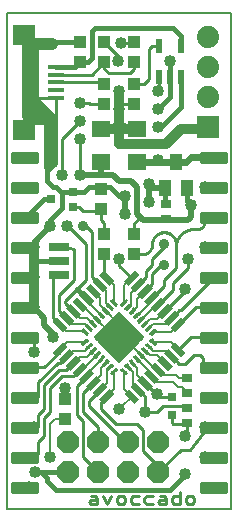
<source format=gtl>
G75*
%MOIN*%
%OFA0B0*%
%FSLAX25Y25*%
%IPPOS*%
%LPD*%
%AMOC8*
5,1,8,0,0,1.08239X$1,22.5*
%
%ADD10C,0.00800*%
%ADD11C,0.00900*%
%ADD12R,0.03543X0.02756*%
%ADD13R,0.06299X0.05512*%
%ADD14R,0.03937X0.04331*%
%ADD15R,0.06693X0.02756*%
%ADD16R,0.05000X0.02200*%
%ADD17R,0.02200X0.05000*%
%ADD18R,0.02756X0.02756*%
%ADD19R,0.03937X0.05512*%
%ADD20R,0.02165X0.04724*%
%ADD21R,0.03150X0.03150*%
%ADD22R,0.05512X0.01378*%
%ADD23R,0.07480X0.07087*%
%ADD24C,0.00984*%
%ADD25OC8,0.07400*%
%ADD26R,0.07400X0.07400*%
%ADD27C,0.07400*%
%ADD28C,0.00591*%
%ADD29C,0.01220*%
%ADD30C,0.03575*%
%ADD31C,0.04000*%
%ADD32C,0.01000*%
%ADD33C,0.03200*%
%ADD34C,0.01600*%
%ADD35C,0.02000*%
%ADD36C,0.04000*%
%ADD37C,0.05000*%
%ADD38C,0.02400*%
D10*
X0031348Y0001800D02*
X0106152Y0001800D01*
X0106152Y0167154D01*
X0031348Y0167154D01*
X0031348Y0001800D01*
X0045750Y0019154D02*
X0045750Y0030154D01*
X0047404Y0031808D01*
X0050750Y0031808D01*
X0060141Y0043864D02*
X0062750Y0046473D01*
X0062750Y0048979D01*
X0064296Y0050524D01*
X0065688Y0049132D02*
X0064750Y0048195D01*
X0064750Y0044019D01*
X0062368Y0041636D01*
X0064595Y0039409D02*
X0067080Y0041894D01*
X0067080Y0047740D01*
X0070420Y0047740D02*
X0070420Y0041894D01*
X0072905Y0039409D01*
X0069750Y0036254D01*
X0068750Y0035154D01*
X0075132Y0041636D02*
X0073250Y0043519D01*
X0073250Y0047695D01*
X0071812Y0049132D01*
X0073204Y0050524D02*
X0074750Y0048978D01*
X0074750Y0046473D01*
X0077359Y0043864D01*
X0079587Y0046091D02*
X0081523Y0044154D01*
X0086750Y0044154D01*
X0088250Y0042654D01*
X0089750Y0042654D01*
X0091250Y0041154D01*
X0091250Y0040595D01*
X0091250Y0045713D02*
X0088691Y0045713D01*
X0087750Y0046654D01*
X0083477Y0046654D01*
X0081814Y0048318D01*
X0080978Y0048318D01*
X0075988Y0053308D01*
X0068750Y0060546D01*
X0065966Y0060546D01*
X0061512Y0065000D01*
X0056522Y0069991D01*
X0055686Y0069991D01*
X0057913Y0071383D02*
X0062904Y0066392D01*
X0064296Y0067784D02*
X0068750Y0063330D01*
X0068750Y0063154D01*
X0068750Y0060546D01*
X0074596Y0066392D02*
X0079587Y0071383D01*
X0079587Y0072218D01*
X0080978Y0069991D02*
X0075988Y0065000D01*
X0077380Y0063609D02*
X0078926Y0065154D01*
X0081431Y0065154D01*
X0084041Y0067764D01*
X0086268Y0065537D02*
X0084386Y0063654D01*
X0080210Y0063654D01*
X0078772Y0062217D01*
X0080164Y0060825D02*
X0086010Y0060825D01*
X0088495Y0063310D01*
X0086010Y0057484D02*
X0080164Y0057484D01*
X0078772Y0056092D02*
X0080210Y0054654D01*
X0084386Y0054654D01*
X0086268Y0052772D01*
X0088495Y0054999D02*
X0086010Y0057484D01*
X0081431Y0053154D02*
X0078926Y0053154D01*
X0077380Y0054700D01*
X0074596Y0051916D02*
X0079587Y0046926D01*
X0079587Y0046091D01*
X0084041Y0050545D02*
X0081431Y0053154D01*
X0073380Y0067784D02*
X0074750Y0069154D01*
X0074750Y0071836D01*
X0077359Y0074445D01*
X0075132Y0076672D02*
X0072750Y0073790D01*
X0072750Y0070154D01*
X0070420Y0070568D02*
X0070420Y0076414D01*
X0072905Y0078899D01*
X0067080Y0076414D02*
X0067080Y0070568D01*
X0065688Y0069176D02*
X0064250Y0070614D01*
X0064250Y0074790D01*
X0062368Y0076672D01*
X0064595Y0078899D02*
X0067080Y0076414D01*
X0062250Y0072336D02*
X0060141Y0074445D01*
X0062250Y0072336D02*
X0062250Y0069830D01*
X0064296Y0067784D01*
X0060120Y0063609D02*
X0058074Y0065654D01*
X0055569Y0065654D01*
X0053459Y0067764D01*
X0051232Y0065537D02*
X0053114Y0063654D01*
X0057290Y0063654D01*
X0058728Y0062217D01*
X0057336Y0060825D02*
X0057006Y0061154D01*
X0051160Y0061154D01*
X0049005Y0063310D01*
X0051490Y0057484D02*
X0057336Y0057484D01*
X0058728Y0056092D02*
X0057290Y0054654D01*
X0053114Y0054654D01*
X0051232Y0052772D01*
X0049005Y0054999D02*
X0051490Y0057484D01*
X0055569Y0052654D02*
X0053459Y0050545D01*
X0055569Y0052654D02*
X0058074Y0052654D01*
X0060120Y0054700D01*
X0061512Y0053308D02*
X0056522Y0048318D01*
X0055686Y0048318D01*
X0057913Y0046926D02*
X0062904Y0051916D01*
X0057913Y0046926D02*
X0057913Y0046091D01*
X0038750Y0059154D02*
X0037250Y0059154D01*
X0057913Y0071383D02*
X0057913Y0072218D01*
X0080978Y0069991D02*
X0081814Y0069991D01*
D11*
X0089158Y0007554D02*
X0089158Y0003450D01*
X0087106Y0003450D01*
X0086422Y0004134D01*
X0086422Y0005502D01*
X0087106Y0006186D01*
X0089158Y0006186D01*
X0091026Y0005502D02*
X0091026Y0004134D01*
X0091710Y0003450D01*
X0093078Y0003450D01*
X0093762Y0004134D01*
X0093762Y0005502D01*
X0093078Y0006186D01*
X0091710Y0006186D01*
X0091026Y0005502D01*
X0084554Y0005502D02*
X0084554Y0003450D01*
X0082502Y0003450D01*
X0081818Y0004134D01*
X0082502Y0004818D01*
X0084554Y0004818D01*
X0084554Y0005502D02*
X0083870Y0006186D01*
X0082502Y0006186D01*
X0079950Y0006186D02*
X0077898Y0006186D01*
X0077214Y0005502D01*
X0077214Y0004134D01*
X0077898Y0003450D01*
X0079950Y0003450D01*
X0075346Y0003450D02*
X0073294Y0003450D01*
X0072610Y0004134D01*
X0072610Y0005502D01*
X0073294Y0006186D01*
X0075346Y0006186D01*
X0070742Y0005502D02*
X0070742Y0004134D01*
X0070058Y0003450D01*
X0068690Y0003450D01*
X0068006Y0004134D01*
X0068006Y0005502D01*
X0068690Y0006186D01*
X0070058Y0006186D01*
X0070742Y0005502D01*
X0066138Y0006186D02*
X0064770Y0003450D01*
X0063402Y0006186D01*
X0061534Y0005502D02*
X0061534Y0003450D01*
X0059482Y0003450D01*
X0058798Y0004134D01*
X0059482Y0004818D01*
X0061534Y0004818D01*
X0061534Y0005502D02*
X0060850Y0006186D01*
X0059482Y0006186D01*
D12*
X0091250Y0030595D03*
X0091250Y0035713D03*
X0091250Y0040595D03*
X0091250Y0045713D03*
X0084250Y0098595D03*
X0084250Y0103713D03*
D13*
X0074750Y0117643D03*
X0074750Y0128666D03*
X0062750Y0128666D03*
X0062750Y0117643D03*
D14*
X0062750Y0108501D03*
X0062750Y0101808D03*
X0063750Y0093501D03*
X0063750Y0086808D03*
X0073750Y0086808D03*
X0073750Y0093501D03*
X0073750Y0136808D03*
X0073750Y0143501D03*
X0073750Y0150808D03*
X0073750Y0157501D03*
X0063750Y0157501D03*
X0063750Y0150808D03*
X0063750Y0143501D03*
X0063750Y0136808D03*
X0055750Y0150808D03*
X0055750Y0157501D03*
X0050750Y0038501D03*
X0050750Y0031808D03*
D15*
X0048750Y0079930D03*
X0048750Y0084654D03*
X0048750Y0089379D03*
D16*
G36*
X0061130Y0071900D02*
X0057596Y0075434D01*
X0059152Y0076990D01*
X0062686Y0073456D01*
X0061130Y0071900D01*
G37*
G36*
X0058902Y0069673D02*
X0055368Y0073207D01*
X0056924Y0074763D01*
X0060458Y0071229D01*
X0058902Y0069673D01*
G37*
G36*
X0056675Y0067446D02*
X0053141Y0070980D01*
X0054697Y0072536D01*
X0058231Y0069002D01*
X0056675Y0067446D01*
G37*
G36*
X0054448Y0065219D02*
X0050914Y0068753D01*
X0052470Y0070309D01*
X0056004Y0066775D01*
X0054448Y0065219D01*
G37*
G36*
X0052221Y0062992D02*
X0048687Y0066526D01*
X0050243Y0068082D01*
X0053777Y0064548D01*
X0052221Y0062992D01*
G37*
G36*
X0049994Y0060765D02*
X0046460Y0064299D01*
X0048016Y0065855D01*
X0051550Y0062321D01*
X0049994Y0060765D01*
G37*
G36*
X0063357Y0074127D02*
X0059823Y0077661D01*
X0061379Y0079217D01*
X0064913Y0075683D01*
X0063357Y0074127D01*
G37*
G36*
X0065584Y0076354D02*
X0062050Y0079888D01*
X0063606Y0081444D01*
X0067140Y0077910D01*
X0065584Y0076354D01*
G37*
G36*
X0087257Y0050227D02*
X0083723Y0053761D01*
X0085279Y0055317D01*
X0088813Y0051783D01*
X0087257Y0050227D01*
G37*
G36*
X0085030Y0048000D02*
X0081496Y0051534D01*
X0083052Y0053090D01*
X0086586Y0049556D01*
X0085030Y0048000D01*
G37*
G36*
X0082803Y0045773D02*
X0079269Y0049307D01*
X0080825Y0050863D01*
X0084359Y0047329D01*
X0082803Y0045773D01*
G37*
G36*
X0080576Y0043546D02*
X0077042Y0047080D01*
X0078598Y0048636D01*
X0082132Y0045102D01*
X0080576Y0043546D01*
G37*
G36*
X0078348Y0041319D02*
X0074814Y0044853D01*
X0076370Y0046409D01*
X0079904Y0042875D01*
X0078348Y0041319D01*
G37*
G36*
X0076121Y0039091D02*
X0072587Y0042625D01*
X0074143Y0044181D01*
X0077677Y0040647D01*
X0076121Y0039091D01*
G37*
G36*
X0073894Y0036864D02*
X0070360Y0040398D01*
X0071916Y0041954D01*
X0075450Y0038420D01*
X0073894Y0036864D01*
G37*
G36*
X0089484Y0052454D02*
X0085950Y0055988D01*
X0087506Y0057544D01*
X0091040Y0054010D01*
X0089484Y0052454D01*
G37*
D17*
G36*
X0087506Y0060765D02*
X0085950Y0062321D01*
X0089484Y0065855D01*
X0091040Y0064299D01*
X0087506Y0060765D01*
G37*
G36*
X0085279Y0062992D02*
X0083723Y0064548D01*
X0087257Y0068082D01*
X0088813Y0066526D01*
X0085279Y0062992D01*
G37*
G36*
X0083052Y0065219D02*
X0081496Y0066775D01*
X0085030Y0070309D01*
X0086586Y0068753D01*
X0083052Y0065219D01*
G37*
G36*
X0080825Y0067446D02*
X0079269Y0069002D01*
X0082803Y0072536D01*
X0084359Y0070980D01*
X0080825Y0067446D01*
G37*
G36*
X0078598Y0069673D02*
X0077042Y0071229D01*
X0080576Y0074763D01*
X0082132Y0073207D01*
X0078598Y0069673D01*
G37*
G36*
X0076370Y0071900D02*
X0074814Y0073456D01*
X0078348Y0076990D01*
X0079904Y0075434D01*
X0076370Y0071900D01*
G37*
G36*
X0074143Y0074127D02*
X0072587Y0075683D01*
X0076121Y0079217D01*
X0077677Y0077661D01*
X0074143Y0074127D01*
G37*
G36*
X0071916Y0076354D02*
X0070360Y0077910D01*
X0073894Y0081444D01*
X0075450Y0079888D01*
X0071916Y0076354D01*
G37*
G36*
X0050243Y0050227D02*
X0048687Y0051783D01*
X0052221Y0055317D01*
X0053777Y0053761D01*
X0050243Y0050227D01*
G37*
G36*
X0052470Y0048000D02*
X0050914Y0049556D01*
X0054448Y0053090D01*
X0056004Y0051534D01*
X0052470Y0048000D01*
G37*
G36*
X0054697Y0045773D02*
X0053141Y0047329D01*
X0056675Y0050863D01*
X0058231Y0049307D01*
X0054697Y0045773D01*
G37*
G36*
X0056924Y0043546D02*
X0055368Y0045102D01*
X0058902Y0048636D01*
X0060458Y0047080D01*
X0056924Y0043546D01*
G37*
G36*
X0059152Y0041319D02*
X0057596Y0042875D01*
X0061130Y0046409D01*
X0062686Y0044853D01*
X0059152Y0041319D01*
G37*
G36*
X0061379Y0039091D02*
X0059823Y0040647D01*
X0063357Y0044181D01*
X0064913Y0042625D01*
X0061379Y0039091D01*
G37*
G36*
X0063606Y0036864D02*
X0062050Y0038420D01*
X0065584Y0041954D01*
X0067140Y0040398D01*
X0063606Y0036864D01*
G37*
G36*
X0048016Y0052454D02*
X0046460Y0054010D01*
X0049994Y0057544D01*
X0051550Y0055988D01*
X0048016Y0052454D01*
G37*
D18*
X0053392Y0102595D03*
X0053392Y0107713D03*
X0046108Y0105154D03*
D19*
X0084010Y0108824D03*
X0091490Y0108824D03*
X0087750Y0117485D03*
D20*
X0089490Y0146036D03*
X0085750Y0146036D03*
X0082010Y0146036D03*
X0082010Y0156273D03*
X0089490Y0156273D03*
D21*
X0086250Y0039107D03*
X0086250Y0033202D03*
D22*
X0047608Y0139036D03*
X0047608Y0141595D03*
X0047608Y0144154D03*
X0047608Y0146713D03*
X0047608Y0149272D03*
D23*
X0037175Y0159902D03*
X0037175Y0128406D03*
D24*
X0033018Y0120630D02*
X0041482Y0120630D01*
X0041482Y0117678D01*
X0033018Y0117678D01*
X0033018Y0120630D01*
X0033018Y0118661D02*
X0041482Y0118661D01*
X0041482Y0119644D02*
X0033018Y0119644D01*
X0033018Y0120627D02*
X0041482Y0120627D01*
X0041482Y0110630D02*
X0033018Y0110630D01*
X0041482Y0110630D02*
X0041482Y0107678D01*
X0033018Y0107678D01*
X0033018Y0110630D01*
X0033018Y0108661D02*
X0041482Y0108661D01*
X0041482Y0109644D02*
X0033018Y0109644D01*
X0033018Y0110627D02*
X0041482Y0110627D01*
X0041482Y0100630D02*
X0033018Y0100630D01*
X0041482Y0100630D02*
X0041482Y0097678D01*
X0033018Y0097678D01*
X0033018Y0100630D01*
X0033018Y0098661D02*
X0041482Y0098661D01*
X0041482Y0099644D02*
X0033018Y0099644D01*
X0033018Y0100627D02*
X0041482Y0100627D01*
X0041482Y0090630D02*
X0033018Y0090630D01*
X0041482Y0090630D02*
X0041482Y0087678D01*
X0033018Y0087678D01*
X0033018Y0090630D01*
X0033018Y0088661D02*
X0041482Y0088661D01*
X0041482Y0089644D02*
X0033018Y0089644D01*
X0033018Y0090627D02*
X0041482Y0090627D01*
X0041482Y0080630D02*
X0033018Y0080630D01*
X0041482Y0080630D02*
X0041482Y0077678D01*
X0033018Y0077678D01*
X0033018Y0080630D01*
X0033018Y0078661D02*
X0041482Y0078661D01*
X0041482Y0079644D02*
X0033018Y0079644D01*
X0033018Y0080627D02*
X0041482Y0080627D01*
X0041482Y0070630D02*
X0033018Y0070630D01*
X0041482Y0070630D02*
X0041482Y0067678D01*
X0033018Y0067678D01*
X0033018Y0070630D01*
X0033018Y0068661D02*
X0041482Y0068661D01*
X0041482Y0069644D02*
X0033018Y0069644D01*
X0033018Y0070627D02*
X0041482Y0070627D01*
X0041482Y0060630D02*
X0033018Y0060630D01*
X0041482Y0060630D02*
X0041482Y0057678D01*
X0033018Y0057678D01*
X0033018Y0060630D01*
X0033018Y0058661D02*
X0041482Y0058661D01*
X0041482Y0059644D02*
X0033018Y0059644D01*
X0033018Y0060627D02*
X0041482Y0060627D01*
X0041482Y0050630D02*
X0033018Y0050630D01*
X0041482Y0050630D02*
X0041482Y0047678D01*
X0033018Y0047678D01*
X0033018Y0050630D01*
X0033018Y0048661D02*
X0041482Y0048661D01*
X0041482Y0049644D02*
X0033018Y0049644D01*
X0033018Y0050627D02*
X0041482Y0050627D01*
X0041482Y0040630D02*
X0033018Y0040630D01*
X0041482Y0040630D02*
X0041482Y0037678D01*
X0033018Y0037678D01*
X0033018Y0040630D01*
X0033018Y0038661D02*
X0041482Y0038661D01*
X0041482Y0039644D02*
X0033018Y0039644D01*
X0033018Y0040627D02*
X0041482Y0040627D01*
X0041482Y0030630D02*
X0033018Y0030630D01*
X0041482Y0030630D02*
X0041482Y0027678D01*
X0033018Y0027678D01*
X0033018Y0030630D01*
X0033018Y0028661D02*
X0041482Y0028661D01*
X0041482Y0029644D02*
X0033018Y0029644D01*
X0033018Y0030627D02*
X0041482Y0030627D01*
X0041482Y0020630D02*
X0033018Y0020630D01*
X0041482Y0020630D02*
X0041482Y0017678D01*
X0033018Y0017678D01*
X0033018Y0020630D01*
X0033018Y0018661D02*
X0041482Y0018661D01*
X0041482Y0019644D02*
X0033018Y0019644D01*
X0033018Y0020627D02*
X0041482Y0020627D01*
X0041482Y0010630D02*
X0033018Y0010630D01*
X0041482Y0010630D02*
X0041482Y0007678D01*
X0033018Y0007678D01*
X0033018Y0010630D01*
X0033018Y0008661D02*
X0041482Y0008661D01*
X0041482Y0009644D02*
X0033018Y0009644D01*
X0033018Y0010627D02*
X0041482Y0010627D01*
X0096018Y0007678D02*
X0104482Y0007678D01*
X0096018Y0007678D02*
X0096018Y0010630D01*
X0104482Y0010630D01*
X0104482Y0007678D01*
X0104482Y0008661D02*
X0096018Y0008661D01*
X0096018Y0009644D02*
X0104482Y0009644D01*
X0104482Y0010627D02*
X0096018Y0010627D01*
X0096018Y0017678D02*
X0104482Y0017678D01*
X0096018Y0017678D02*
X0096018Y0020630D01*
X0104482Y0020630D01*
X0104482Y0017678D01*
X0104482Y0018661D02*
X0096018Y0018661D01*
X0096018Y0019644D02*
X0104482Y0019644D01*
X0104482Y0020627D02*
X0096018Y0020627D01*
X0096018Y0027678D02*
X0104482Y0027678D01*
X0096018Y0027678D02*
X0096018Y0030630D01*
X0104482Y0030630D01*
X0104482Y0027678D01*
X0104482Y0028661D02*
X0096018Y0028661D01*
X0096018Y0029644D02*
X0104482Y0029644D01*
X0104482Y0030627D02*
X0096018Y0030627D01*
X0096018Y0037678D02*
X0104482Y0037678D01*
X0096018Y0037678D02*
X0096018Y0040630D01*
X0104482Y0040630D01*
X0104482Y0037678D01*
X0104482Y0038661D02*
X0096018Y0038661D01*
X0096018Y0039644D02*
X0104482Y0039644D01*
X0104482Y0040627D02*
X0096018Y0040627D01*
X0096018Y0047678D02*
X0104482Y0047678D01*
X0096018Y0047678D02*
X0096018Y0050630D01*
X0104482Y0050630D01*
X0104482Y0047678D01*
X0104482Y0048661D02*
X0096018Y0048661D01*
X0096018Y0049644D02*
X0104482Y0049644D01*
X0104482Y0050627D02*
X0096018Y0050627D01*
X0096018Y0057678D02*
X0104482Y0057678D01*
X0096018Y0057678D02*
X0096018Y0060630D01*
X0104482Y0060630D01*
X0104482Y0057678D01*
X0104482Y0058661D02*
X0096018Y0058661D01*
X0096018Y0059644D02*
X0104482Y0059644D01*
X0104482Y0060627D02*
X0096018Y0060627D01*
X0096018Y0067678D02*
X0104482Y0067678D01*
X0096018Y0067678D02*
X0096018Y0070630D01*
X0104482Y0070630D01*
X0104482Y0067678D01*
X0104482Y0068661D02*
X0096018Y0068661D01*
X0096018Y0069644D02*
X0104482Y0069644D01*
X0104482Y0070627D02*
X0096018Y0070627D01*
X0096018Y0077678D02*
X0104482Y0077678D01*
X0096018Y0077678D02*
X0096018Y0080630D01*
X0104482Y0080630D01*
X0104482Y0077678D01*
X0104482Y0078661D02*
X0096018Y0078661D01*
X0096018Y0079644D02*
X0104482Y0079644D01*
X0104482Y0080627D02*
X0096018Y0080627D01*
X0096018Y0087678D02*
X0104482Y0087678D01*
X0096018Y0087678D02*
X0096018Y0090630D01*
X0104482Y0090630D01*
X0104482Y0087678D01*
X0104482Y0088661D02*
X0096018Y0088661D01*
X0096018Y0089644D02*
X0104482Y0089644D01*
X0104482Y0090627D02*
X0096018Y0090627D01*
X0096018Y0097678D02*
X0104482Y0097678D01*
X0096018Y0097678D02*
X0096018Y0100630D01*
X0104482Y0100630D01*
X0104482Y0097678D01*
X0104482Y0098661D02*
X0096018Y0098661D01*
X0096018Y0099644D02*
X0104482Y0099644D01*
X0104482Y0100627D02*
X0096018Y0100627D01*
X0096018Y0107678D02*
X0104482Y0107678D01*
X0096018Y0107678D02*
X0096018Y0110630D01*
X0104482Y0110630D01*
X0104482Y0107678D01*
X0104482Y0108661D02*
X0096018Y0108661D01*
X0096018Y0109644D02*
X0104482Y0109644D01*
X0104482Y0110627D02*
X0096018Y0110627D01*
X0096018Y0117678D02*
X0104482Y0117678D01*
X0096018Y0117678D02*
X0096018Y0120630D01*
X0104482Y0120630D01*
X0104482Y0117678D01*
X0104482Y0118661D02*
X0096018Y0118661D01*
X0096018Y0119644D02*
X0104482Y0119644D01*
X0104482Y0120627D02*
X0096018Y0120627D01*
D25*
X0081750Y0024154D03*
X0081750Y0014154D03*
X0071750Y0014154D03*
X0071750Y0024154D03*
X0061750Y0024154D03*
X0061750Y0014154D03*
X0051750Y0014154D03*
X0051750Y0024154D03*
D26*
X0098250Y0129154D03*
D27*
X0098250Y0139154D03*
X0098250Y0149154D03*
X0098250Y0159154D03*
D28*
X0069446Y0070011D02*
X0069863Y0069594D01*
X0069446Y0070011D02*
X0070977Y0071542D01*
X0071394Y0071125D01*
X0069863Y0069594D01*
X0069619Y0070184D02*
X0070453Y0070184D01*
X0070209Y0070774D02*
X0071043Y0070774D01*
X0071155Y0071364D02*
X0070799Y0071364D01*
X0070838Y0068619D02*
X0071255Y0068202D01*
X0070838Y0068619D02*
X0072369Y0070150D01*
X0072786Y0069733D01*
X0071255Y0068202D01*
X0071011Y0068792D02*
X0071845Y0068792D01*
X0071601Y0069382D02*
X0072435Y0069382D01*
X0072547Y0069972D02*
X0072191Y0069972D01*
X0072230Y0067227D02*
X0072647Y0066810D01*
X0072230Y0067227D02*
X0073761Y0068758D01*
X0074178Y0068341D01*
X0072647Y0066810D01*
X0072403Y0067400D02*
X0073237Y0067400D01*
X0072993Y0067990D02*
X0073827Y0067990D01*
X0073939Y0068580D02*
X0073583Y0068580D01*
X0073622Y0065835D02*
X0074039Y0065418D01*
X0073622Y0065835D02*
X0075153Y0067366D01*
X0075570Y0066949D01*
X0074039Y0065418D01*
X0073795Y0066008D02*
X0074629Y0066008D01*
X0074385Y0066598D02*
X0075219Y0066598D01*
X0075331Y0067188D02*
X0074975Y0067188D01*
X0075014Y0064443D02*
X0075431Y0064026D01*
X0075014Y0064443D02*
X0076545Y0065974D01*
X0076962Y0065557D01*
X0075431Y0064026D01*
X0075187Y0064616D02*
X0076021Y0064616D01*
X0075777Y0065206D02*
X0076611Y0065206D01*
X0076723Y0065796D02*
X0076367Y0065796D01*
X0076406Y0063052D02*
X0076823Y0062635D01*
X0076406Y0063052D02*
X0077937Y0064583D01*
X0078354Y0064166D01*
X0076823Y0062635D01*
X0076579Y0063225D02*
X0077413Y0063225D01*
X0077169Y0063815D02*
X0078003Y0063815D01*
X0078115Y0064405D02*
X0077759Y0064405D01*
X0077798Y0061660D02*
X0078215Y0061243D01*
X0077798Y0061660D02*
X0079329Y0063191D01*
X0079746Y0062774D01*
X0078215Y0061243D01*
X0077971Y0061833D02*
X0078805Y0061833D01*
X0078561Y0062423D02*
X0079395Y0062423D01*
X0079507Y0063013D02*
X0079151Y0063013D01*
X0079190Y0060268D02*
X0079607Y0059851D01*
X0079190Y0060268D02*
X0080721Y0061799D01*
X0081138Y0061382D01*
X0079607Y0059851D01*
X0079363Y0060441D02*
X0080197Y0060441D01*
X0079953Y0061031D02*
X0080787Y0061031D01*
X0080899Y0061621D02*
X0080543Y0061621D01*
X0079190Y0058041D02*
X0080721Y0056510D01*
X0079190Y0058041D02*
X0079607Y0058458D01*
X0081138Y0056927D01*
X0080721Y0056510D01*
X0080965Y0057100D02*
X0080131Y0057100D01*
X0080375Y0057690D02*
X0079541Y0057690D01*
X0079429Y0058280D02*
X0079785Y0058280D01*
X0077798Y0056649D02*
X0079329Y0055118D01*
X0077798Y0056649D02*
X0078215Y0057066D01*
X0079746Y0055535D01*
X0079329Y0055118D01*
X0079573Y0055708D02*
X0078739Y0055708D01*
X0078983Y0056298D02*
X0078149Y0056298D01*
X0078037Y0056888D02*
X0078393Y0056888D01*
X0076406Y0055257D02*
X0077937Y0053726D01*
X0076406Y0055257D02*
X0076823Y0055674D01*
X0078354Y0054143D01*
X0077937Y0053726D01*
X0078181Y0054316D02*
X0077347Y0054316D01*
X0077591Y0054906D02*
X0076757Y0054906D01*
X0076645Y0055496D02*
X0077001Y0055496D01*
X0075014Y0053865D02*
X0076545Y0052334D01*
X0075014Y0053865D02*
X0075431Y0054282D01*
X0076962Y0052751D01*
X0076545Y0052334D01*
X0076789Y0052924D02*
X0075955Y0052924D01*
X0076199Y0053514D02*
X0075365Y0053514D01*
X0075253Y0054104D02*
X0075609Y0054104D01*
X0073622Y0052473D02*
X0075153Y0050942D01*
X0073622Y0052473D02*
X0074039Y0052890D01*
X0075570Y0051359D01*
X0075153Y0050942D01*
X0075397Y0051532D02*
X0074563Y0051532D01*
X0074807Y0052122D02*
X0073973Y0052122D01*
X0073861Y0052712D02*
X0074217Y0052712D01*
X0072230Y0051081D02*
X0073761Y0049550D01*
X0072230Y0051081D02*
X0072647Y0051498D01*
X0074178Y0049967D01*
X0073761Y0049550D01*
X0074005Y0050140D02*
X0073171Y0050140D01*
X0073415Y0050730D02*
X0072581Y0050730D01*
X0072469Y0051320D02*
X0072825Y0051320D01*
X0070838Y0049689D02*
X0072369Y0048158D01*
X0070838Y0049689D02*
X0071255Y0050106D01*
X0072786Y0048575D01*
X0072369Y0048158D01*
X0072613Y0048748D02*
X0071779Y0048748D01*
X0072023Y0049338D02*
X0071189Y0049338D01*
X0071077Y0049928D02*
X0071433Y0049928D01*
X0069446Y0048297D02*
X0070977Y0046766D01*
X0069446Y0048297D02*
X0069863Y0048714D01*
X0071394Y0047183D01*
X0070977Y0046766D01*
X0071221Y0047356D02*
X0070387Y0047356D01*
X0070631Y0047946D02*
X0069797Y0047946D01*
X0069685Y0048536D02*
X0070041Y0048536D01*
X0066523Y0046766D02*
X0066106Y0047183D01*
X0067637Y0048714D01*
X0068054Y0048297D01*
X0066523Y0046766D01*
X0066279Y0047356D02*
X0067113Y0047356D01*
X0066869Y0047946D02*
X0067703Y0047946D01*
X0067815Y0048536D02*
X0067459Y0048536D01*
X0065131Y0048158D02*
X0064714Y0048575D01*
X0066245Y0050106D01*
X0066662Y0049689D01*
X0065131Y0048158D01*
X0064887Y0048748D02*
X0065721Y0048748D01*
X0065477Y0049338D02*
X0066311Y0049338D01*
X0066423Y0049928D02*
X0066067Y0049928D01*
X0063739Y0049550D02*
X0063322Y0049967D01*
X0064853Y0051498D01*
X0065270Y0051081D01*
X0063739Y0049550D01*
X0063495Y0050140D02*
X0064329Y0050140D01*
X0064085Y0050730D02*
X0064919Y0050730D01*
X0065031Y0051320D02*
X0064675Y0051320D01*
X0062347Y0050942D02*
X0061930Y0051359D01*
X0063461Y0052890D01*
X0063878Y0052473D01*
X0062347Y0050942D01*
X0062103Y0051532D02*
X0062937Y0051532D01*
X0062693Y0052122D02*
X0063527Y0052122D01*
X0063639Y0052712D02*
X0063283Y0052712D01*
X0060955Y0052334D02*
X0060538Y0052751D01*
X0062069Y0054282D01*
X0062486Y0053865D01*
X0060955Y0052334D01*
X0060711Y0052924D02*
X0061545Y0052924D01*
X0061301Y0053514D02*
X0062135Y0053514D01*
X0062247Y0054104D02*
X0061891Y0054104D01*
X0059563Y0053726D02*
X0059146Y0054143D01*
X0060677Y0055674D01*
X0061094Y0055257D01*
X0059563Y0053726D01*
X0059319Y0054316D02*
X0060153Y0054316D01*
X0059909Y0054906D02*
X0060743Y0054906D01*
X0060855Y0055496D02*
X0060499Y0055496D01*
X0058171Y0055118D02*
X0057754Y0055535D01*
X0059285Y0057066D01*
X0059702Y0056649D01*
X0058171Y0055118D01*
X0057927Y0055708D02*
X0058761Y0055708D01*
X0058517Y0056298D02*
X0059351Y0056298D01*
X0059463Y0056888D02*
X0059107Y0056888D01*
X0056779Y0056510D02*
X0056362Y0056927D01*
X0057893Y0058458D01*
X0058310Y0058041D01*
X0056779Y0056510D01*
X0056535Y0057100D02*
X0057369Y0057100D01*
X0057125Y0057690D02*
X0057959Y0057690D01*
X0058071Y0058280D02*
X0057715Y0058280D01*
X0057893Y0059851D02*
X0056362Y0061382D01*
X0056779Y0061799D01*
X0058310Y0060268D01*
X0057893Y0059851D01*
X0058137Y0060441D02*
X0057303Y0060441D01*
X0057547Y0061031D02*
X0056713Y0061031D01*
X0056601Y0061621D02*
X0056957Y0061621D01*
X0057754Y0062774D02*
X0059285Y0061243D01*
X0057754Y0062774D02*
X0058171Y0063191D01*
X0059702Y0061660D01*
X0059285Y0061243D01*
X0059529Y0061833D02*
X0058695Y0061833D01*
X0058939Y0062423D02*
X0058105Y0062423D01*
X0057993Y0063013D02*
X0058349Y0063013D01*
X0059146Y0064166D02*
X0060677Y0062635D01*
X0059146Y0064166D02*
X0059563Y0064583D01*
X0061094Y0063052D01*
X0060677Y0062635D01*
X0060921Y0063225D02*
X0060087Y0063225D01*
X0060331Y0063815D02*
X0059497Y0063815D01*
X0059385Y0064405D02*
X0059741Y0064405D01*
X0060538Y0065557D02*
X0062069Y0064026D01*
X0060538Y0065557D02*
X0060955Y0065974D01*
X0062486Y0064443D01*
X0062069Y0064026D01*
X0062313Y0064616D02*
X0061479Y0064616D01*
X0061723Y0065206D02*
X0060889Y0065206D01*
X0060777Y0065796D02*
X0061133Y0065796D01*
X0061930Y0066949D02*
X0063461Y0065418D01*
X0061930Y0066949D02*
X0062347Y0067366D01*
X0063878Y0065835D01*
X0063461Y0065418D01*
X0063705Y0066008D02*
X0062871Y0066008D01*
X0063115Y0066598D02*
X0062281Y0066598D01*
X0062169Y0067188D02*
X0062525Y0067188D01*
X0063322Y0068341D02*
X0064853Y0066810D01*
X0063322Y0068341D02*
X0063739Y0068758D01*
X0065270Y0067227D01*
X0064853Y0066810D01*
X0065097Y0067400D02*
X0064263Y0067400D01*
X0064507Y0067990D02*
X0063673Y0067990D01*
X0063561Y0068580D02*
X0063917Y0068580D01*
X0064714Y0069733D02*
X0066245Y0068202D01*
X0064714Y0069733D02*
X0065131Y0070150D01*
X0066662Y0068619D01*
X0066245Y0068202D01*
X0066489Y0068792D02*
X0065655Y0068792D01*
X0065899Y0069382D02*
X0065065Y0069382D01*
X0064953Y0069972D02*
X0065309Y0069972D01*
X0066106Y0071125D02*
X0067637Y0069594D01*
X0066106Y0071125D02*
X0066523Y0071542D01*
X0068054Y0070011D01*
X0067637Y0069594D01*
X0067881Y0070184D02*
X0067047Y0070184D01*
X0067291Y0070774D02*
X0066457Y0070774D01*
X0066345Y0071364D02*
X0066701Y0071364D01*
D29*
X0060984Y0059154D02*
X0068750Y0051388D01*
X0060984Y0059154D02*
X0068750Y0066920D01*
X0076516Y0059154D01*
X0068750Y0051388D01*
X0069969Y0052607D02*
X0067531Y0052607D01*
X0066312Y0053826D02*
X0071188Y0053826D01*
X0072407Y0055045D02*
X0065093Y0055045D01*
X0063874Y0056264D02*
X0073626Y0056264D01*
X0074845Y0057483D02*
X0062655Y0057483D01*
X0061436Y0058702D02*
X0076064Y0058702D01*
X0075749Y0059921D02*
X0061751Y0059921D01*
X0062970Y0061140D02*
X0074530Y0061140D01*
X0073311Y0062359D02*
X0064189Y0062359D01*
X0065408Y0063578D02*
X0072092Y0063578D01*
X0070873Y0064797D02*
X0066627Y0064797D01*
X0067846Y0066016D02*
X0069654Y0066016D01*
D30*
X0068750Y0059154D03*
X0083750Y0083154D03*
X0083750Y0090154D03*
X0056750Y0096154D03*
X0040250Y0109154D03*
X0040250Y0119154D03*
X0097250Y0039154D03*
X0097250Y0009154D03*
D31*
X0090750Y0013654D03*
X0097250Y0019154D03*
X0090750Y0026154D03*
X0097250Y0029154D03*
X0081250Y0040154D03*
X0077250Y0034154D03*
X0068750Y0035154D03*
X0068750Y0054154D03*
X0068750Y0064154D03*
X0068750Y0085154D03*
X0070750Y0100154D03*
X0070750Y0106154D03*
X0078750Y0104154D03*
X0078750Y0110154D03*
X0081750Y0118154D03*
X0081750Y0129154D03*
X0081750Y0135154D03*
X0081750Y0141154D03*
X0085750Y0151154D03*
X0069250Y0157154D03*
X0068250Y0151154D03*
X0068750Y0141154D03*
X0068750Y0135154D03*
X0068750Y0129154D03*
X0055750Y0131154D03*
X0055750Y0125154D03*
X0055750Y0113154D03*
X0049750Y0113154D03*
X0051250Y0096154D03*
X0045750Y0096154D03*
X0040250Y0089154D03*
X0040250Y0079154D03*
X0040250Y0069154D03*
X0046750Y0059154D03*
X0040250Y0054154D03*
X0050750Y0042154D03*
X0040250Y0029154D03*
X0045750Y0019154D03*
X0040750Y0014154D03*
X0038750Y0009154D03*
X0090750Y0075154D03*
X0091750Y0085154D03*
X0097250Y0089154D03*
X0092750Y0103154D03*
X0097250Y0109154D03*
X0055750Y0137154D03*
X0038750Y0138154D03*
X0038750Y0144154D03*
X0038750Y0150154D03*
D32*
X0047608Y0146713D02*
X0059656Y0146713D01*
X0063750Y0150808D01*
X0063750Y0148654D01*
X0065250Y0147154D01*
X0072250Y0147154D01*
X0073750Y0148654D01*
X0073750Y0150808D01*
X0068750Y0152501D02*
X0068250Y0151154D01*
X0068750Y0152501D02*
X0063750Y0157501D01*
X0069250Y0157154D02*
X0073404Y0157154D01*
X0073750Y0157501D01*
X0078750Y0155154D02*
X0079869Y0156273D01*
X0082010Y0156273D01*
X0078750Y0155154D02*
X0078750Y0145154D01*
X0077096Y0143501D01*
X0073750Y0143501D01*
X0073750Y0136808D02*
X0069096Y0136808D01*
X0068750Y0137154D01*
X0068750Y0135154D02*
X0069096Y0134808D01*
X0063750Y0136808D02*
X0059096Y0136808D01*
X0058750Y0137154D01*
X0055750Y0137154D01*
X0055750Y0131154D02*
X0049750Y0125154D01*
X0049750Y0113154D01*
X0047608Y0117060D02*
X0044348Y0113800D01*
X0047608Y0117060D02*
X0047608Y0139036D01*
X0039632Y0139036D01*
X0038750Y0138154D01*
X0047608Y0144154D02*
X0063096Y0144154D01*
X0063750Y0143501D01*
X0055750Y0125154D02*
X0055750Y0113154D01*
X0056262Y0113154D01*
X0053392Y0107713D02*
X0053604Y0107501D01*
X0053392Y0102595D02*
X0055309Y0102595D01*
X0056750Y0101154D01*
X0062096Y0101154D01*
X0062750Y0101808D01*
X0062750Y0098154D01*
X0063750Y0097154D01*
X0063750Y0093501D01*
X0059750Y0094154D02*
X0057750Y0096154D01*
X0056750Y0096154D01*
X0059750Y0094154D02*
X0059750Y0079290D01*
X0062368Y0076672D01*
X0064595Y0078899D02*
X0063750Y0079744D01*
X0063750Y0086808D01*
X0068750Y0085154D02*
X0068750Y0083055D01*
X0072905Y0078899D01*
X0075132Y0076672D02*
X0077750Y0079290D01*
X0077750Y0081154D01*
X0079750Y0083154D01*
X0079750Y0085154D01*
X0083750Y0089154D01*
X0083750Y0090154D01*
X0087750Y0090154D02*
X0087748Y0090280D01*
X0087742Y0090405D01*
X0087732Y0090530D01*
X0087718Y0090655D01*
X0087701Y0090780D01*
X0087679Y0090904D01*
X0087654Y0091027D01*
X0087624Y0091149D01*
X0087591Y0091270D01*
X0087554Y0091390D01*
X0087514Y0091509D01*
X0087469Y0091626D01*
X0087421Y0091743D01*
X0087369Y0091857D01*
X0087314Y0091970D01*
X0087255Y0092081D01*
X0087193Y0092190D01*
X0087127Y0092297D01*
X0087058Y0092402D01*
X0086986Y0092505D01*
X0086911Y0092606D01*
X0086832Y0092704D01*
X0086750Y0092799D01*
X0086666Y0092892D01*
X0086578Y0092982D01*
X0086488Y0093070D01*
X0086395Y0093154D01*
X0086300Y0093236D01*
X0086202Y0093315D01*
X0086101Y0093390D01*
X0085998Y0093462D01*
X0085893Y0093531D01*
X0085786Y0093597D01*
X0085677Y0093659D01*
X0085566Y0093718D01*
X0085453Y0093773D01*
X0085339Y0093825D01*
X0085222Y0093873D01*
X0085105Y0093918D01*
X0084986Y0093958D01*
X0084866Y0093995D01*
X0084745Y0094028D01*
X0084623Y0094058D01*
X0084500Y0094083D01*
X0084376Y0094105D01*
X0084251Y0094122D01*
X0084126Y0094136D01*
X0084001Y0094146D01*
X0083876Y0094152D01*
X0083750Y0094154D01*
X0083624Y0094152D01*
X0083499Y0094146D01*
X0083374Y0094136D01*
X0083249Y0094122D01*
X0083124Y0094105D01*
X0083000Y0094083D01*
X0082877Y0094058D01*
X0082755Y0094028D01*
X0082634Y0093995D01*
X0082514Y0093958D01*
X0082395Y0093918D01*
X0082278Y0093873D01*
X0082161Y0093825D01*
X0082047Y0093773D01*
X0081934Y0093718D01*
X0081823Y0093659D01*
X0081714Y0093597D01*
X0081607Y0093531D01*
X0081502Y0093462D01*
X0081399Y0093390D01*
X0081298Y0093315D01*
X0081200Y0093236D01*
X0081105Y0093154D01*
X0081012Y0093070D01*
X0080922Y0092982D01*
X0080834Y0092892D01*
X0080750Y0092799D01*
X0080668Y0092704D01*
X0080589Y0092606D01*
X0080514Y0092505D01*
X0080442Y0092402D01*
X0080373Y0092297D01*
X0080307Y0092190D01*
X0080245Y0092081D01*
X0080186Y0091970D01*
X0080131Y0091857D01*
X0080079Y0091743D01*
X0080031Y0091626D01*
X0079986Y0091509D01*
X0079946Y0091390D01*
X0079909Y0091270D01*
X0079876Y0091149D01*
X0079846Y0091027D01*
X0079821Y0090904D01*
X0079799Y0090780D01*
X0079782Y0090655D01*
X0079768Y0090530D01*
X0079758Y0090405D01*
X0079752Y0090280D01*
X0079750Y0090154D01*
X0079748Y0090040D01*
X0079742Y0089926D01*
X0079732Y0089812D01*
X0079719Y0089698D01*
X0079701Y0089585D01*
X0079680Y0089473D01*
X0079655Y0089362D01*
X0079626Y0089251D01*
X0079593Y0089142D01*
X0079557Y0089033D01*
X0079517Y0088927D01*
X0079473Y0088821D01*
X0079426Y0088717D01*
X0079375Y0088615D01*
X0079321Y0088514D01*
X0079263Y0088415D01*
X0079202Y0088319D01*
X0079138Y0088224D01*
X0079070Y0088132D01*
X0079000Y0088042D01*
X0078926Y0087955D01*
X0078849Y0087870D01*
X0078770Y0087788D01*
X0078688Y0087709D01*
X0078603Y0087632D01*
X0078516Y0087558D01*
X0078426Y0087488D01*
X0078334Y0087420D01*
X0078239Y0087356D01*
X0078143Y0087295D01*
X0078044Y0087237D01*
X0077943Y0087183D01*
X0077841Y0087132D01*
X0077737Y0087085D01*
X0077631Y0087041D01*
X0077525Y0087001D01*
X0077416Y0086965D01*
X0077307Y0086932D01*
X0077196Y0086903D01*
X0077085Y0086878D01*
X0076973Y0086857D01*
X0076860Y0086839D01*
X0076746Y0086826D01*
X0076632Y0086816D01*
X0076518Y0086810D01*
X0076404Y0086808D01*
X0073750Y0086808D01*
X0073750Y0093501D02*
X0073750Y0097154D01*
X0075250Y0098654D01*
X0076250Y0098654D01*
X0087750Y0090154D02*
X0087750Y0082154D01*
X0083750Y0078154D01*
X0083750Y0076381D01*
X0079587Y0072218D01*
X0081814Y0069991D02*
X0086750Y0074927D01*
X0086750Y0077154D01*
X0091750Y0082154D01*
X0091750Y0085154D01*
X0087750Y0090154D02*
X0087777Y0090306D01*
X0087808Y0090457D01*
X0087843Y0090607D01*
X0087882Y0090756D01*
X0087924Y0090904D01*
X0087970Y0091051D01*
X0088020Y0091197D01*
X0088074Y0091341D01*
X0088131Y0091484D01*
X0088192Y0091626D01*
X0088256Y0091766D01*
X0088324Y0091904D01*
X0088396Y0092041D01*
X0088471Y0092176D01*
X0088549Y0092308D01*
X0088630Y0092439D01*
X0088715Y0092568D01*
X0088803Y0092694D01*
X0088895Y0092818D01*
X0088989Y0092940D01*
X0089086Y0093060D01*
X0089187Y0093177D01*
X0089290Y0093291D01*
X0089397Y0093403D01*
X0089506Y0093511D01*
X0089617Y0093618D01*
X0089732Y0093721D01*
X0089849Y0093821D01*
X0089968Y0093919D01*
X0090090Y0094013D01*
X0090214Y0094104D01*
X0090341Y0094192D01*
X0090470Y0094277D01*
X0090600Y0094358D01*
X0090733Y0094436D01*
X0090868Y0094511D01*
X0091005Y0094582D01*
X0091143Y0094650D01*
X0091283Y0094714D01*
X0091425Y0094775D01*
X0091568Y0094832D01*
X0091712Y0094886D01*
X0091858Y0094935D01*
X0092005Y0094981D01*
X0092154Y0095024D01*
X0092303Y0095062D01*
X0092453Y0095097D01*
X0092604Y0095128D01*
X0092756Y0095155D01*
X0092908Y0095178D01*
X0093061Y0095198D01*
X0093214Y0095213D01*
X0093368Y0095225D01*
X0093522Y0095233D01*
X0093676Y0095237D01*
X0093830Y0095236D01*
X0093984Y0095232D01*
X0094138Y0095225D01*
X0094292Y0095213D01*
X0094445Y0095197D01*
X0094598Y0095178D01*
X0094750Y0095154D01*
X0094848Y0095156D01*
X0094946Y0095162D01*
X0095044Y0095171D01*
X0095141Y0095185D01*
X0095238Y0095202D01*
X0095334Y0095223D01*
X0095429Y0095248D01*
X0095523Y0095276D01*
X0095615Y0095309D01*
X0095707Y0095344D01*
X0095797Y0095384D01*
X0095885Y0095426D01*
X0095972Y0095473D01*
X0096056Y0095522D01*
X0096139Y0095575D01*
X0096219Y0095631D01*
X0096298Y0095691D01*
X0096374Y0095753D01*
X0096447Y0095818D01*
X0096518Y0095886D01*
X0096586Y0095957D01*
X0096651Y0096030D01*
X0096713Y0096106D01*
X0096773Y0096185D01*
X0096829Y0096265D01*
X0096882Y0096348D01*
X0096931Y0096432D01*
X0096978Y0096519D01*
X0097020Y0096607D01*
X0097060Y0096697D01*
X0097095Y0096789D01*
X0097128Y0096881D01*
X0097156Y0096975D01*
X0097181Y0097070D01*
X0097202Y0097166D01*
X0097219Y0097263D01*
X0097233Y0097360D01*
X0097242Y0097458D01*
X0097248Y0097556D01*
X0097250Y0097654D01*
X0097250Y0099154D01*
X0100250Y0099154D01*
X0092750Y0103154D02*
X0091750Y0103154D01*
X0083750Y0083154D02*
X0082750Y0083154D01*
X0079750Y0080154D01*
X0079750Y0076836D01*
X0077359Y0074445D01*
X0084041Y0067764D02*
X0090750Y0074473D01*
X0090750Y0075154D01*
X0094340Y0069154D02*
X0100250Y0069154D01*
X0094340Y0069154D02*
X0088495Y0063310D01*
X0086268Y0065537D02*
X0088885Y0068154D01*
X0089250Y0068154D01*
X0098750Y0077654D01*
X0099232Y0077654D01*
X0100116Y0078020D02*
X0100250Y0079154D01*
X0100116Y0078020D02*
X0100065Y0077972D01*
X0100011Y0077927D01*
X0099955Y0077885D01*
X0099897Y0077846D01*
X0099837Y0077810D01*
X0099774Y0077778D01*
X0099710Y0077749D01*
X0099645Y0077724D01*
X0099578Y0077703D01*
X0099510Y0077685D01*
X0099441Y0077672D01*
X0099372Y0077662D01*
X0099302Y0077656D01*
X0099232Y0077654D01*
X0100250Y0059154D02*
X0092650Y0059154D01*
X0088495Y0054999D01*
X0086268Y0052772D02*
X0088886Y0050154D01*
X0090750Y0050154D01*
X0093750Y0053154D01*
X0095750Y0053154D01*
X0096750Y0052154D01*
X0096750Y0049154D01*
X0100250Y0049154D01*
X0100250Y0039154D02*
X0097250Y0039154D01*
X0091250Y0035713D02*
X0090191Y0035654D01*
X0089691Y0036154D01*
X0083250Y0036154D01*
X0081250Y0034154D01*
X0077250Y0034154D01*
X0077250Y0039519D01*
X0075132Y0041636D01*
X0077359Y0043864D02*
X0081069Y0040154D01*
X0081250Y0040154D01*
X0082297Y0039107D01*
X0086250Y0039107D01*
X0086250Y0033202D02*
X0086250Y0030654D01*
X0086750Y0030154D01*
X0090809Y0030154D01*
X0091250Y0030595D01*
X0091250Y0026654D01*
X0090750Y0026154D01*
X0089750Y0030095D02*
X0091250Y0030595D01*
X0096750Y0029154D02*
X0096750Y0027154D01*
X0092250Y0021654D01*
X0089250Y0021654D01*
X0081750Y0014154D01*
X0081750Y0016154D01*
X0076750Y0021154D01*
X0076750Y0028154D01*
X0074750Y0030154D01*
X0067750Y0030154D01*
X0062750Y0035154D01*
X0062750Y0037565D01*
X0064595Y0039409D01*
X0064595Y0039310D01*
X0062368Y0041636D02*
X0058750Y0038019D01*
X0058750Y0036154D01*
X0070750Y0024154D01*
X0071750Y0024154D01*
X0061750Y0024154D02*
X0061750Y0029154D01*
X0056750Y0034154D01*
X0056750Y0040473D01*
X0060141Y0043864D01*
X0057913Y0046091D02*
X0054750Y0042927D01*
X0054750Y0033154D01*
X0056750Y0031154D01*
X0056750Y0019154D01*
X0061750Y0014154D01*
X0043750Y0032154D02*
X0045750Y0034154D01*
X0045750Y0042154D01*
X0049750Y0046154D01*
X0053523Y0046154D01*
X0055686Y0048318D01*
X0053459Y0050545D02*
X0051069Y0048154D01*
X0048750Y0048154D01*
X0043750Y0043154D01*
X0043750Y0035154D01*
X0041750Y0033154D01*
X0041750Y0029154D01*
X0040250Y0029154D01*
X0037250Y0029154D01*
X0041750Y0024154D02*
X0041750Y0020154D01*
X0037250Y0020154D01*
X0037250Y0019154D01*
X0041750Y0024154D02*
X0043750Y0026154D01*
X0043750Y0032154D01*
X0041750Y0039154D02*
X0037250Y0039154D01*
X0037250Y0040154D01*
X0038750Y0040154D01*
X0041750Y0039154D02*
X0041750Y0044154D01*
X0048232Y0050636D01*
X0049097Y0050636D01*
X0051232Y0052772D01*
X0049005Y0054409D02*
X0043750Y0049154D01*
X0037250Y0049154D01*
X0040250Y0054154D02*
X0040250Y0057654D01*
X0038750Y0059154D01*
X0046750Y0065564D02*
X0046750Y0079154D01*
X0047526Y0079930D01*
X0048750Y0079930D01*
X0053750Y0078154D02*
X0048750Y0073154D01*
X0048750Y0068019D01*
X0051232Y0065537D01*
X0053459Y0067764D02*
X0050750Y0070473D01*
X0050750Y0071154D01*
X0054750Y0075154D01*
X0057750Y0078154D01*
X0057750Y0090154D01*
X0051750Y0096154D01*
X0051250Y0096154D01*
X0050526Y0089379D02*
X0048750Y0089379D01*
X0050526Y0089379D02*
X0053750Y0088654D01*
X0053750Y0078154D01*
X0057813Y0072218D02*
X0057913Y0072218D01*
X0057813Y0072218D02*
X0057750Y0072154D01*
X0049005Y0063310D02*
X0046750Y0065564D01*
X0049005Y0054999D02*
X0049005Y0054409D01*
X0050750Y0042154D02*
X0050750Y0038501D01*
X0062232Y0041636D02*
X0062368Y0041636D01*
X0068750Y0063154D02*
X0068750Y0064154D01*
X0096750Y0029154D02*
X0097250Y0029154D01*
X0100250Y0029154D02*
X0100750Y0029154D01*
X0100250Y0019154D02*
X0097250Y0019154D01*
X0097250Y0009154D02*
X0100250Y0009154D01*
X0038750Y0009154D02*
X0037250Y0009154D01*
X0037250Y0109154D02*
X0040250Y0109154D01*
X0040250Y0119154D02*
X0037250Y0119154D01*
X0081750Y0141154D02*
X0082010Y0141414D01*
X0082010Y0146036D01*
D33*
X0068750Y0141154D02*
X0068750Y0137154D01*
X0068750Y0135154D01*
X0068750Y0129154D01*
X0068750Y0123654D01*
X0084250Y0123654D01*
X0089250Y0128654D01*
X0098750Y0128654D01*
X0074750Y0128666D02*
X0071238Y0128666D01*
X0068750Y0129154D01*
X0066262Y0128666D01*
X0062750Y0128666D01*
X0040250Y0089154D02*
X0040250Y0079154D01*
X0040250Y0069154D01*
D34*
X0041250Y0084654D02*
X0048750Y0084654D01*
X0054750Y0075154D02*
X0057686Y0072218D01*
X0057913Y0072218D01*
X0045750Y0096154D02*
X0045750Y0098154D01*
X0049750Y0102154D01*
X0049750Y0107154D01*
X0050096Y0107501D01*
X0053604Y0107501D01*
X0057096Y0107501D01*
X0058750Y0109154D01*
X0062096Y0109154D01*
X0065750Y0109154D01*
X0068750Y0106154D01*
X0070750Y0106154D01*
X0062750Y0108501D02*
X0062096Y0109154D01*
X0049750Y0107154D02*
X0047750Y0109154D01*
X0046750Y0109154D01*
X0044750Y0111154D01*
X0044750Y0115154D01*
X0045750Y0116154D01*
X0046750Y0117154D01*
X0046750Y0132154D01*
X0045750Y0132154D01*
X0045750Y0117202D01*
X0044348Y0115800D01*
X0044348Y0131800D01*
X0045348Y0131800D01*
X0045750Y0117202D02*
X0045750Y0116154D01*
X0046108Y0105154D02*
X0043750Y0105154D01*
X0037750Y0099154D01*
X0037250Y0099154D01*
X0036750Y0099154D01*
X0047608Y0149272D02*
X0054215Y0149272D01*
X0055750Y0150808D01*
X0058404Y0150808D01*
X0059750Y0152154D01*
X0059750Y0161154D01*
X0060750Y0162154D01*
X0086750Y0162154D01*
X0089490Y0159414D01*
X0089490Y0156273D01*
X0085750Y0151154D02*
X0085750Y0139154D01*
X0081750Y0135154D01*
X0081750Y0129154D02*
X0082750Y0129154D01*
X0089490Y0135894D01*
X0089490Y0146036D01*
X0085750Y0146036D02*
X0085750Y0151154D01*
X0094750Y0119154D02*
X0100250Y0119154D01*
X0091490Y0108824D02*
X0091490Y0104414D01*
X0092750Y0103154D01*
X0084250Y0103713D02*
X0084010Y0103954D01*
X0084010Y0108824D01*
X0055750Y0157501D02*
X0046049Y0157501D01*
X0045348Y0156800D01*
X0042750Y0014154D02*
X0040750Y0014154D01*
X0051750Y0014154D01*
X0047750Y0008154D02*
X0044750Y0011154D01*
X0044750Y0012154D01*
X0042750Y0014154D01*
X0047750Y0008154D02*
X0085750Y0008154D01*
X0090750Y0013154D01*
X0090750Y0013654D01*
D35*
X0097250Y0029154D02*
X0100750Y0029154D01*
X0073750Y0093501D02*
X0074404Y0094154D01*
X0076750Y0098154D02*
X0091750Y0098154D01*
X0092750Y0099154D01*
X0092750Y0103154D01*
X0084010Y0108824D02*
X0080081Y0108824D01*
X0078750Y0110154D01*
X0078750Y0104154D01*
X0074750Y0100154D02*
X0074750Y0109154D01*
X0072750Y0111154D01*
X0068750Y0111154D01*
X0066750Y0113154D01*
X0062750Y0113154D01*
X0056262Y0113154D01*
X0062750Y0113154D02*
X0062750Y0117643D01*
X0070750Y0106154D02*
X0070750Y0100154D01*
X0074750Y0100154D02*
X0076250Y0098654D01*
X0076750Y0098154D01*
X0082262Y0117643D02*
X0081750Y0118154D01*
X0082262Y0117643D02*
X0087593Y0117643D01*
X0045750Y0096154D02*
X0040250Y0090654D01*
X0040250Y0089154D01*
X0040250Y0069154D02*
X0043750Y0065654D01*
X0043750Y0063154D01*
X0046750Y0060154D01*
X0046750Y0059154D01*
D36*
X0045348Y0131800D02*
X0039348Y0131800D01*
X0038348Y0132800D01*
X0038348Y0155800D01*
X0039348Y0156800D01*
X0040348Y0156800D01*
X0039348Y0155800D01*
X0040348Y0156800D02*
X0045348Y0156800D01*
X0046348Y0156800D01*
D37*
X0039348Y0155800D02*
X0039348Y0137800D01*
X0045348Y0131800D01*
D38*
X0074750Y0117643D02*
X0087593Y0117643D01*
X0087750Y0117485D01*
X0091081Y0117485D01*
X0092750Y0119154D01*
X0100250Y0119154D01*
M02*

</source>
